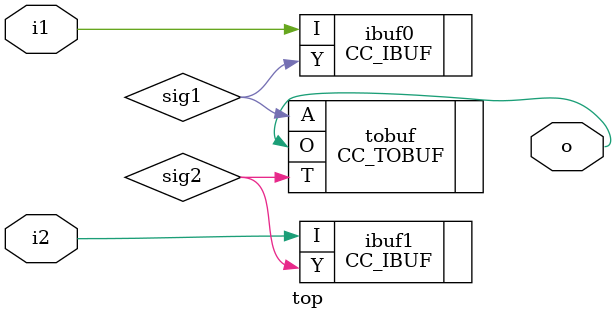
<source format=v>
module top (
	input  i1,
    input  i2,

	output o
);
	wire sig1, sig2;
	CC_IBUF ibuf0 (.I(i1), .Y(sig1));
	CC_IBUF ibuf1 (.I(i2), .Y(sig2));

	CC_TOBUF tobuf (.A(sig1), .T(sig2), .O(o));
endmodule

</source>
